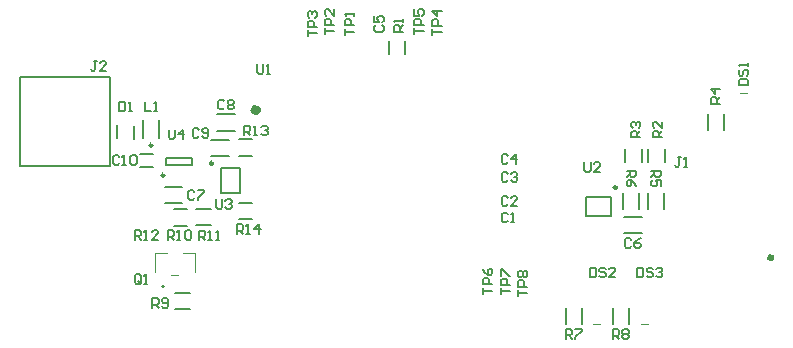
<source format=gto>
G04*
G04 #@! TF.GenerationSoftware,Altium Limited,Altium Designer,21.6.4 (81)*
G04*
G04 Layer_Color=65535*
%FSLAX44Y44*%
%MOMM*%
G71*
G04*
G04 #@! TF.SameCoordinates,1866F5A2-3B0E-43F8-A249-63D3AF7C4C1F*
G04*
G04*
G04 #@! TF.FilePolarity,Positive*
G04*
G01*
G75*
%ADD10C,0.2500*%
%ADD11C,0.7620*%
%ADD12C,0.2000*%
%ADD13C,0.5080*%
%ADD14C,0.1778*%
%ADD15C,0.1000*%
%ADD16C,0.1500*%
%ADD17C,0.1499*%
%ADD18C,0.1500*%
D10*
X142190Y152580D02*
G03*
X142190Y152580I-1250J0D01*
G01*
X183370Y162582D02*
G03*
X183370Y162582I-1250J0D01*
G01*
X132060Y177908D02*
G03*
X132060Y177908I-1250J0D01*
G01*
X525274Y142238D02*
G03*
X525274Y142238I-1250J0D01*
G01*
D11*
X220192Y207820D02*
G03*
X220192Y207820I-762J0D01*
G01*
D12*
X142130Y58470D02*
G03*
X142130Y58470I-1000J0D01*
G01*
X521906Y26664D02*
Y39785D01*
X535406Y26664D02*
Y39785D01*
X150920Y52928D02*
X164041D01*
X150920Y39427D02*
X164041D01*
X205320Y115428D02*
X216320D01*
X205320Y129428D02*
X216320D01*
X546496Y163664D02*
Y174664D01*
X532496Y163664D02*
Y174664D01*
X566054Y163664D02*
Y174664D01*
X552054Y163664D02*
Y174664D01*
X205574Y183022D02*
X216574D01*
X205574Y169022D02*
X216574D01*
X602596Y191002D02*
Y204123D01*
X616096Y191002D02*
Y204123D01*
X481946Y26664D02*
Y39785D01*
X495446Y26664D02*
Y39785D01*
X143940Y166830D02*
X165940D01*
X143940Y160830D02*
X165940D01*
Y166830D01*
X143940Y160830D02*
Y166830D01*
X530714Y124249D02*
Y137370D01*
X544214Y124249D02*
Y137370D01*
X565042Y124249D02*
Y137370D01*
X551542Y124249D02*
Y137370D01*
X332090Y254850D02*
Y265850D01*
X346090Y254850D02*
Y265850D01*
X181807Y182349D02*
X196531D01*
X181807Y168625D02*
X196531D01*
X190120Y137582D02*
X206120D01*
X190120Y158582D02*
X206120D01*
Y137582D02*
Y158582D01*
X190120Y137582D02*
Y158582D01*
X531566Y103374D02*
X546291D01*
X531566Y117098D02*
X546291D01*
X102220Y183730D02*
Y194730D01*
X116120Y183630D02*
Y194630D01*
X137672Y184408D02*
Y199133D01*
X123948Y184408D02*
Y199133D01*
X186948Y203966D02*
X201672D01*
X186948Y190242D02*
X201672D01*
X121686Y170914D02*
X132313D01*
X121686Y159287D02*
X132313D01*
X142498Y142752D02*
X157222D01*
X142498Y129028D02*
X157222D01*
X168699Y123590D02*
X181821D01*
X168699Y110090D02*
X181821D01*
X150710Y109840D02*
X161710D01*
X150710Y123840D02*
X161710D01*
X499024Y118238D02*
Y134238D01*
X520024Y118238D02*
Y134238D01*
X499024Y118238D02*
X520024D01*
X499024Y134238D02*
X520024D01*
D13*
X656212Y82800D02*
G03*
X656212Y82800I-762J0D01*
G01*
D14*
X19900Y236000D02*
X95900D01*
X19900Y160000D02*
X95900D01*
Y236000D01*
X19900Y160000D02*
Y236000D01*
D15*
X629714Y222502D02*
X635714D01*
X505426Y26164D02*
X511426D01*
X148130Y68470D02*
X154130D01*
X158130Y86470D02*
X168130D01*
Y70470D02*
Y86470D01*
X134130D02*
X144130D01*
X134130Y70470D02*
Y86470D01*
X545386Y26164D02*
X551386D01*
D16*
X203617Y102935D02*
Y110933D01*
X207616D01*
X208949Y109600D01*
Y106934D01*
X207616Y105601D01*
X203617D01*
X206283D02*
X208949Y102935D01*
X211615D02*
X214280D01*
X212948D01*
Y110933D01*
X211615Y109600D01*
X222278Y102935D02*
Y110933D01*
X218279Y106934D01*
X223611D01*
X209713Y186501D02*
Y194499D01*
X213712D01*
X215045Y193166D01*
Y190500D01*
X213712Y189167D01*
X209713D01*
X212379D02*
X215045Y186501D01*
X217711D02*
X220376D01*
X219044D01*
Y194499D01*
X217711Y193166D01*
X224375D02*
X225708Y194499D01*
X228374D01*
X229707Y193166D01*
Y191833D01*
X228374Y190500D01*
X227041D01*
X228374D01*
X229707Y189167D01*
Y187834D01*
X228374Y186501D01*
X225708D01*
X224375Y187834D01*
X545273Y184597D02*
X537275D01*
Y188596D01*
X538608Y189929D01*
X541274D01*
X542607Y188596D01*
Y184597D01*
Y187263D02*
X545273Y189929D01*
X538608Y192595D02*
X537275Y193928D01*
Y196594D01*
X538608Y197927D01*
X539941D01*
X541274Y196594D01*
Y195261D01*
Y196594D01*
X542607Y197927D01*
X543940D01*
X545273Y196594D01*
Y193928D01*
X543940Y192595D01*
X563561Y184597D02*
X555563D01*
Y188596D01*
X556896Y189929D01*
X559562D01*
X560895Y188596D01*
Y184597D01*
Y187263D02*
X563561Y189929D01*
Y197927D02*
Y192595D01*
X558229Y197927D01*
X556896D01*
X555563Y196594D01*
Y193928D01*
X556896Y192595D01*
D17*
X628461Y228668D02*
X636459D01*
Y232666D01*
X635126Y233999D01*
X629794D01*
X628461Y232666D01*
Y228668D01*
X629794Y241997D02*
X628461Y240664D01*
Y237998D01*
X629794Y236665D01*
X631127D01*
X632460Y237998D01*
Y240664D01*
X633793Y241997D01*
X635126D01*
X636459Y240664D01*
Y237998D01*
X635126Y236665D01*
X636459Y244662D02*
Y247328D01*
Y245995D01*
X628461D01*
X629794Y244662D01*
X612583Y213250D02*
X604585D01*
Y217249D01*
X605918Y218582D01*
X608584D01*
X609917Y217249D01*
Y213250D01*
Y215916D02*
X612583Y218582D01*
Y225246D02*
X604585D01*
X608584Y221248D01*
Y226579D01*
D18*
X185868Y132269D02*
Y125604D01*
X187200Y124271D01*
X189866D01*
X191199Y125604D01*
Y132269D01*
X193865Y130936D02*
X195198Y132269D01*
X197864D01*
X199196Y130936D01*
Y129603D01*
X197864Y128270D01*
X196531D01*
X197864D01*
X199196Y126937D01*
Y125604D01*
X197864Y124271D01*
X195198D01*
X193865Y125604D01*
X533465Y156524D02*
X541463D01*
Y152526D01*
X540130Y151193D01*
X537464D01*
X536131Y152526D01*
Y156524D01*
Y153859D02*
X533465Y151193D01*
X541463Y143195D02*
X540130Y145861D01*
X537464Y148527D01*
X534798D01*
X533465Y147194D01*
Y144528D01*
X534798Y143195D01*
X536131D01*
X537464Y144528D01*
Y148527D01*
X554293Y156524D02*
X562291D01*
Y152526D01*
X560958Y151193D01*
X558292D01*
X556959Y152526D01*
Y156524D01*
Y153859D02*
X554293Y151193D01*
X562291Y143195D02*
Y148527D01*
X558292D01*
X559625Y145861D01*
Y144528D01*
X558292Y143195D01*
X555626D01*
X554293Y144528D01*
Y147194D01*
X555626Y148527D01*
X433007Y169036D02*
X431674Y170369D01*
X429008D01*
X427676Y169036D01*
Y163704D01*
X429008Y162371D01*
X431674D01*
X433007Y163704D01*
X439672Y162371D02*
Y170369D01*
X435673Y166370D01*
X441004D01*
X433007Y119506D02*
X431674Y120839D01*
X429008D01*
X427676Y119506D01*
Y114174D01*
X429008Y112841D01*
X431674D01*
X433007Y114174D01*
X435673Y112841D02*
X438339D01*
X437006D01*
Y120839D01*
X435673Y119506D01*
X145736Y191197D02*
Y184532D01*
X147068Y183199D01*
X149734D01*
X151067Y184532D01*
Y191197D01*
X157732Y183199D02*
Y191197D01*
X153733Y187198D01*
X159065D01*
X497757Y163342D02*
Y156677D01*
X499089Y155344D01*
X501755D01*
X503088Y156677D01*
Y163342D01*
X511086Y155344D02*
X505754D01*
X511086Y160676D01*
Y162009D01*
X509753Y163342D01*
X507087D01*
X505754Y162009D01*
X220728Y246569D02*
Y239904D01*
X222061Y238571D01*
X224727D01*
X226060Y239904D01*
Y246569D01*
X228726Y238571D02*
X231392D01*
X230059D01*
Y246569D01*
X228726Y245236D01*
X441517Y50297D02*
Y55628D01*
Y52963D01*
X449515D01*
Y58294D02*
X441517D01*
Y62293D01*
X442850Y63626D01*
X445516D01*
X446849Y62293D01*
Y58294D01*
X442850Y66292D02*
X441517Y67625D01*
Y70290D01*
X442850Y71623D01*
X444183D01*
X445516Y70290D01*
X446849Y71623D01*
X448182D01*
X449515Y70290D01*
Y67625D01*
X448182Y66292D01*
X446849D01*
X445516Y67625D01*
X444183Y66292D01*
X442850D01*
X445516Y67625D02*
Y70290D01*
X427039Y51567D02*
Y56898D01*
Y54233D01*
X435037D01*
Y59564D02*
X427039D01*
Y63563D01*
X428372Y64896D01*
X431038D01*
X432371Y63563D01*
Y59564D01*
X427039Y67562D02*
Y72893D01*
X428372D01*
X433704Y67562D01*
X435037D01*
X411799Y52075D02*
Y57406D01*
Y54741D01*
X419797D01*
Y60072D02*
X411799D01*
Y64071D01*
X413132Y65404D01*
X415798D01*
X417131Y64071D01*
Y60072D01*
X411799Y73401D02*
X413132Y70735D01*
X415798Y68070D01*
X418464D01*
X419797Y69403D01*
Y72068D01*
X418464Y73401D01*
X417131D01*
X415798Y72068D01*
Y68070D01*
X353887Y271785D02*
Y277116D01*
Y274451D01*
X361885D01*
Y279782D02*
X353887D01*
Y283781D01*
X355220Y285114D01*
X357886D01*
X359219Y283781D01*
Y279782D01*
X353887Y293111D02*
Y287780D01*
X357886D01*
X356553Y290445D01*
Y291778D01*
X357886Y293111D01*
X360552D01*
X361885Y291778D01*
Y289113D01*
X360552Y287780D01*
X368873Y271277D02*
Y276608D01*
Y273943D01*
X376871D01*
Y279274D02*
X368873D01*
Y283273D01*
X370206Y284606D01*
X372872D01*
X374205Y283273D01*
Y279274D01*
X376871Y291270D02*
X368873D01*
X372872Y287272D01*
Y292603D01*
X263463Y270007D02*
Y275338D01*
Y272673D01*
X271461D01*
Y278004D02*
X263463D01*
Y282003D01*
X264796Y283336D01*
X267462D01*
X268795Y282003D01*
Y278004D01*
X264796Y286002D02*
X263463Y287335D01*
Y290000D01*
X264796Y291333D01*
X266129D01*
X267462Y290000D01*
Y288667D01*
Y290000D01*
X268795Y291333D01*
X270128D01*
X271461Y290000D01*
Y287335D01*
X270128Y286002D01*
X277941Y271785D02*
Y277116D01*
Y274451D01*
X285939D01*
Y279782D02*
X277941D01*
Y283781D01*
X279274Y285114D01*
X281940D01*
X283273Y283781D01*
Y279782D01*
X285939Y293111D02*
Y287780D01*
X280607Y293111D01*
X279274D01*
X277941Y291778D01*
Y289113D01*
X279274Y287780D01*
X294705Y271340D02*
Y276671D01*
Y274006D01*
X302703D01*
Y279337D02*
X294705D01*
Y283336D01*
X296038Y284669D01*
X298704D01*
X300037Y283336D01*
Y279337D01*
X302703Y287334D02*
Y290000D01*
Y288667D01*
X294705D01*
X296038Y287334D01*
X117003Y98109D02*
Y106107D01*
X121002D01*
X122335Y104774D01*
Y102108D01*
X121002Y100775D01*
X117003D01*
X119669D02*
X122335Y98109D01*
X125001D02*
X127666D01*
X126334D01*
Y106107D01*
X125001Y104774D01*
X136997Y98109D02*
X131665D01*
X136997Y103441D01*
Y104774D01*
X135664Y106107D01*
X132998D01*
X131665Y104774D01*
X171422Y97601D02*
Y105599D01*
X175421D01*
X176754Y104266D01*
Y101600D01*
X175421Y100267D01*
X171422D01*
X174088D02*
X176754Y97601D01*
X179420D02*
X182085D01*
X180753D01*
Y105599D01*
X179420Y104266D01*
X186084Y97601D02*
X188750D01*
X187417D01*
Y105599D01*
X186084Y104266D01*
X144943Y97855D02*
Y105853D01*
X148942D01*
X150275Y104520D01*
Y101854D01*
X148942Y100521D01*
X144943D01*
X147609D02*
X150275Y97855D01*
X152941D02*
X155606D01*
X154274D01*
Y105853D01*
X152941Y104520D01*
X159605D02*
X160938Y105853D01*
X163604D01*
X164937Y104520D01*
Y99188D01*
X163604Y97855D01*
X160938D01*
X159605Y99188D01*
Y104520D01*
X132020Y40401D02*
Y48398D01*
X136018D01*
X137351Y47065D01*
Y44399D01*
X136018Y43067D01*
X132020D01*
X134685D02*
X137351Y40401D01*
X140017Y41734D02*
X141350Y40401D01*
X144016D01*
X145349Y41734D01*
Y47065D01*
X144016Y48398D01*
X141350D01*
X140017Y47065D01*
Y45732D01*
X141350Y44399D01*
X145349D01*
X521909Y14035D02*
Y22033D01*
X525908D01*
X527241Y20700D01*
Y18034D01*
X525908Y16701D01*
X521909D01*
X524575D02*
X527241Y14035D01*
X529907Y20700D02*
X531240Y22033D01*
X533906D01*
X535238Y20700D01*
Y19367D01*
X533906Y18034D01*
X535238Y16701D01*
Y15368D01*
X533906Y14035D01*
X531240D01*
X529907Y15368D01*
Y16701D01*
X531240Y18034D01*
X529907Y19367D01*
Y20700D01*
X531240Y18034D02*
X533906D01*
X482032Y14289D02*
Y22287D01*
X486030D01*
X487363Y20954D01*
Y18288D01*
X486030Y16955D01*
X482032D01*
X484697D02*
X487363Y14289D01*
X490029Y22287D02*
X495360D01*
Y20954D01*
X490029Y15622D01*
Y14289D01*
X344359Y274068D02*
X336361D01*
Y278067D01*
X337694Y279400D01*
X340360D01*
X341693Y278067D01*
Y274068D01*
Y276734D02*
X344359Y279400D01*
Y282066D02*
Y284732D01*
Y283399D01*
X336361D01*
X337694Y282066D01*
X122428Y61850D02*
Y67182D01*
X121095Y68515D01*
X118429D01*
X117096Y67182D01*
Y61850D01*
X118429Y60517D01*
X121095D01*
X119762Y63183D02*
X122428Y60517D01*
X121095D02*
X122428Y61850D01*
X125094Y60517D02*
X127760D01*
X126427D01*
Y68515D01*
X125094Y67182D01*
X125478Y214819D02*
Y206821D01*
X130810D01*
X133476D02*
X136142D01*
X134809D01*
Y214819D01*
X133476Y213486D01*
X85027Y249109D02*
X82361D01*
X83694D01*
Y242444D01*
X82361Y241111D01*
X81028D01*
X79696Y242444D01*
X93025Y241111D02*
X87693D01*
X93025Y246443D01*
Y247776D01*
X91692Y249109D01*
X89026D01*
X87693Y247776D01*
X579542Y167914D02*
X576876D01*
X578209D01*
Y161249D01*
X576876Y159916D01*
X575543D01*
X574211Y161249D01*
X582208Y159916D02*
X584874D01*
X583541D01*
Y167914D01*
X582208Y166581D01*
X542461Y74188D02*
Y66191D01*
X546459D01*
X547792Y67523D01*
Y72855D01*
X546459Y74188D01*
X542461D01*
X555789Y72855D02*
X554457Y74188D01*
X551791D01*
X550458Y72855D01*
Y71522D01*
X551791Y70189D01*
X554457D01*
X555789Y68856D01*
Y67523D01*
X554457Y66191D01*
X551791D01*
X550458Y67523D01*
X558455Y72855D02*
X559788Y74188D01*
X562454D01*
X563787Y72855D01*
Y71522D01*
X562454Y70189D01*
X561121D01*
X562454D01*
X563787Y68856D01*
Y67523D01*
X562454Y66191D01*
X559788D01*
X558455Y67523D01*
X502500Y74188D02*
Y66191D01*
X506499D01*
X507832Y67523D01*
Y72855D01*
X506499Y74188D01*
X502500D01*
X515830Y72855D02*
X514497Y74188D01*
X511831D01*
X510498Y72855D01*
Y71522D01*
X511831Y70189D01*
X514497D01*
X515830Y68856D01*
Y67523D01*
X514497Y66191D01*
X511831D01*
X510498Y67523D01*
X523827Y66191D02*
X518495D01*
X523827Y71522D01*
Y72855D01*
X522494Y74188D01*
X519828D01*
X518495Y72855D01*
X103888Y214819D02*
Y206821D01*
X107887D01*
X109220Y208154D01*
Y213486D01*
X107887Y214819D01*
X103888D01*
X111886Y206821D02*
X114552D01*
X113219D01*
Y214819D01*
X111886Y213486D01*
X104047Y168020D02*
X102714Y169353D01*
X100048D01*
X98715Y168020D01*
Y162688D01*
X100048Y161355D01*
X102714D01*
X104047Y162688D01*
X106713Y161355D02*
X109378D01*
X108046D01*
Y169353D01*
X106713Y168020D01*
X113377D02*
X114710Y169353D01*
X117376D01*
X118709Y168020D01*
Y162688D01*
X117376Y161355D01*
X114710D01*
X113377Y162688D01*
Y168020D01*
X171387Y191134D02*
X170054Y192467D01*
X167388D01*
X166056Y191134D01*
Y185802D01*
X167388Y184469D01*
X170054D01*
X171387Y185802D01*
X174053D02*
X175386Y184469D01*
X178052D01*
X179384Y185802D01*
Y191134D01*
X178052Y192467D01*
X175386D01*
X174053Y191134D01*
Y189801D01*
X175386Y188468D01*
X179384D01*
X192977Y215010D02*
X191644Y216343D01*
X188978D01*
X187645Y215010D01*
Y209678D01*
X188978Y208345D01*
X191644D01*
X192977Y209678D01*
X195643Y215010D02*
X196976Y216343D01*
X199642D01*
X200975Y215010D01*
Y213677D01*
X199642Y212344D01*
X200975Y211011D01*
Y209678D01*
X199642Y208345D01*
X196976D01*
X195643Y209678D01*
Y211011D01*
X196976Y212344D01*
X195643Y213677D01*
Y215010D01*
X196976Y212344D02*
X199642D01*
X167577Y138556D02*
X166244Y139889D01*
X163578D01*
X162246Y138556D01*
Y133224D01*
X163578Y131891D01*
X166244D01*
X167577Y133224D01*
X170243Y139889D02*
X175574D01*
Y138556D01*
X170243Y133224D01*
Y131891D01*
X537401Y97916D02*
X536068Y99249D01*
X533402D01*
X532070Y97916D01*
Y92584D01*
X533402Y91251D01*
X536068D01*
X537401Y92584D01*
X545398Y99249D02*
X542733Y97916D01*
X540067Y95250D01*
Y92584D01*
X541400Y91251D01*
X544066D01*
X545398Y92584D01*
Y93917D01*
X544066Y95250D01*
X540067D01*
X321184Y279337D02*
X319851Y278004D01*
Y275338D01*
X321184Y274006D01*
X326516D01*
X327849Y275338D01*
Y278004D01*
X326516Y279337D01*
X319851Y287334D02*
Y282003D01*
X323850D01*
X322517Y284669D01*
Y286002D01*
X323850Y287334D01*
X326516D01*
X327849Y286002D01*
Y283336D01*
X326516Y282003D01*
X433007Y153796D02*
X431674Y155129D01*
X429008D01*
X427676Y153796D01*
Y148464D01*
X429008Y147131D01*
X431674D01*
X433007Y148464D01*
X435673Y153796D02*
X437006Y155129D01*
X439672D01*
X441004Y153796D01*
Y152463D01*
X439672Y151130D01*
X438339D01*
X439672D01*
X441004Y149797D01*
Y148464D01*
X439672Y147131D01*
X437006D01*
X435673Y148464D01*
X433007Y133476D02*
X431674Y134809D01*
X429008D01*
X427676Y133476D01*
Y128144D01*
X429008Y126811D01*
X431674D01*
X433007Y128144D01*
X441004Y126811D02*
X435673D01*
X441004Y132143D01*
Y133476D01*
X439672Y134809D01*
X437006D01*
X435673Y133476D01*
M02*

</source>
